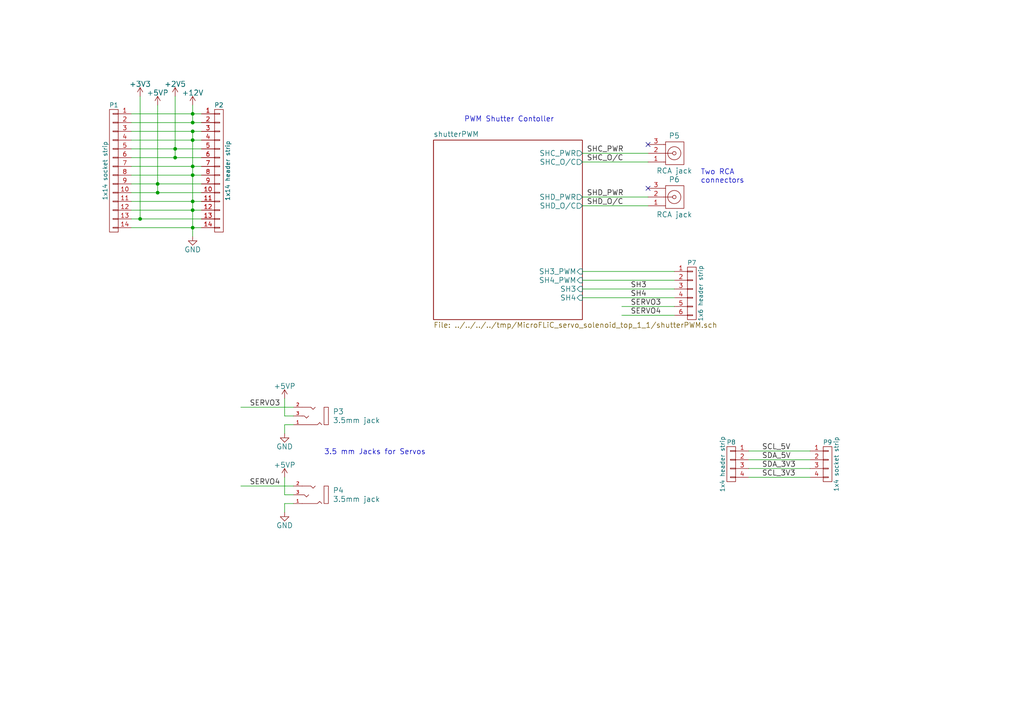
<source format=kicad_sch>
(kicad_sch (version 20230121) (generator eeschema)
  (paper "A4")
  (title_block (title "Flow Unit Shield") (date "18 Jun 2014") (rev "1.2") (company "King's College London"))
  (lib_symbols
    (symbol "MicroFLiC_servo_solenoid_top-rescue:+12V" (power) (pin_names (offset 0))
      (property "Value" "+12V" (at 0 3.556 0))
      (symbol "+12V_0_1"
        (polyline (pts (xy -0.762 1.27) (xy 0 2.54)))
        (polyline (pts (xy 0 0) (xy 0 2.54)))
        (polyline (pts (xy 0 2.54) (xy 0.762 1.27)))
      )
      (symbol "+12V_1_1"
        (pin power_in line (at 0 0 90) (length 0) hide (name "+12V") (number "1"))
      )
    )
    (symbol "MicroFLiC_servo_solenoid_top-rescue:+2V5" (power) (pin_names (offset 0))
      (property "Value" "+2V5" (at 0 3.556 0))
      (symbol "+2V5_0_1"
        (polyline (pts (xy -0.762 1.27) (xy 0 2.54)))
        (polyline (pts (xy 0 0) (xy 0 2.54)))
        (polyline (pts (xy 0 2.54) (xy 0.762 1.27)))
      )
      (symbol "+2V5_1_1"
        (pin power_in line (at 0 0 90) (length 0) hide (name "+2V5") (number "1"))
      )
    )
    (symbol "MicroFLiC_servo_solenoid_top-rescue:+3V3" (power) (pin_names (offset 0))
      (property "Value" "+3V3" (at 0 3.556 0))
      (symbol "+3V3_0_1"
        (polyline (pts (xy -0.762 1.27) (xy 0 2.54)))
        (polyline (pts (xy 0 0) (xy 0 2.54)))
        (polyline (pts (xy 0 2.54) (xy 0.762 1.27)))
      )
      (symbol "+3V3_1_1"
        (pin power_in line (at 0 0 90) (length 0) hide (name "+3V3") (number "1"))
      )
    )
    (symbol "MicroFLiC_servo_solenoid_top-rescue:+5VP" (power) (pin_names (offset 0))
      (property "Value" "+5VP" (at 0 3.556 0))
      (symbol "+5VP_0_1"
        (polyline (pts (xy -0.762 1.27) (xy 0 2.54)))
        (polyline (pts (xy 0 0) (xy 0 2.54)))
        (polyline (pts (xy 0 2.54) (xy 0.762 1.27)))
      )
      (symbol "+5VP_1_1"
        (pin power_in line (at 0 0 90) (length 0) hide (name "+5VP") (number "1"))
      )
    )
    (symbol "MicroFLiC_servo_solenoid_top-rescue:CONN_01X04" (pin_names (offset 1.016) hide)
      (property "Reference" "P" (at 0 6.35 0))
      (property "Value" "CONN_01X04" (at 2.54 0 90))
      (symbol "CONN_01X04_0_1"
        (rectangle (start -1.27 -3.683) (end 0.254 -3.937))
        (rectangle (start -1.27 -1.143) (end 0.254 -1.397))
        (rectangle (start -1.27 1.397) (end 0.254 1.143))
        (rectangle (start -1.27 3.937) (end 0.254 3.683))
        (rectangle (start -1.27 5.08) (end 1.27 -5.08))
      )
      (symbol "CONN_01X04_1_1"
        (pin passive line (at -5.08 3.81 0) (length 3.81) (name "P1") (number "1"))
        (pin passive line (at -5.08 1.27 0) (length 3.81) (name "P2") (number "2"))
        (pin passive line (at -5.08 -1.27 0) (length 3.81) (name "P3") (number "3"))
        (pin passive line (at -5.08 -3.81 0) (length 3.81) (name "P4") (number "4"))
      )
    )
    (symbol "MicroFLiC_servo_solenoid_top-rescue:CONN_01X06" (pin_names (offset 1.016) hide)
      (property "Reference" "P" (at 0 8.89 0))
      (property "Value" "CONN_01X06" (at 2.54 0 90))
      (symbol "CONN_01X06_0_1"
        (rectangle (start -1.27 -6.223) (end 0.254 -6.477))
        (rectangle (start -1.27 -3.683) (end 0.254 -3.937))
        (rectangle (start -1.27 -1.143) (end 0.254 -1.397))
        (rectangle (start -1.27 1.397) (end 0.254 1.143))
        (rectangle (start -1.27 3.937) (end 0.254 3.683))
        (rectangle (start -1.27 6.477) (end 0.254 6.223))
        (rectangle (start -1.27 7.62) (end 1.27 -7.62))
      )
      (symbol "CONN_01X06_1_1"
        (pin passive line (at -5.08 6.35 0) (length 3.81) (name "P1") (number "1"))
        (pin passive line (at -5.08 3.81 0) (length 3.81) (name "P2") (number "2"))
        (pin passive line (at -5.08 1.27 0) (length 3.81) (name "P3") (number "3"))
        (pin passive line (at -5.08 -1.27 0) (length 3.81) (name "P4") (number "4"))
        (pin passive line (at -5.08 -3.81 0) (length 3.81) (name "P5") (number "5"))
        (pin passive line (at -5.08 -6.35 0) (length 3.81) (name "P6") (number "6"))
      )
    )
    (symbol "MicroFLiC_servo_solenoid_top-rescue:CONN_01X14" (pin_names (offset 1.016) hide)
      (property "Reference" "P" (at 0 19.05 0))
      (property "Value" "CONN_01X14" (at 2.54 0 90))
      (symbol "CONN_01X14_0_1"
        (rectangle (start -1.27 -16.383) (end 0.254 -16.637))
        (rectangle (start -1.27 -13.843) (end 0.254 -14.097))
        (rectangle (start -1.27 -11.303) (end 0.254 -11.557))
        (rectangle (start -1.27 -8.763) (end 0.254 -9.017))
        (rectangle (start -1.27 -6.223) (end 0.254 -6.477))
        (rectangle (start -1.27 -3.683) (end 0.254 -3.937))
        (rectangle (start -1.27 -1.143) (end 0.254 -1.397))
        (rectangle (start -1.27 1.397) (end 0.254 1.143))
        (rectangle (start -1.27 3.937) (end 0.254 3.683))
        (rectangle (start -1.27 6.477) (end 0.254 6.223))
        (rectangle (start -1.27 9.017) (end 0.254 8.763))
        (rectangle (start -1.27 11.557) (end 0.254 11.303))
        (rectangle (start -1.27 14.097) (end 0.254 13.843))
        (rectangle (start -1.27 16.637) (end 0.254 16.383))
        (rectangle (start -1.27 17.78) (end 1.27 -17.78))
      )
      (symbol "CONN_01X14_1_1"
        (pin passive line (at -5.08 16.51 0) (length 3.81) (name "P1") (number "1"))
        (pin passive line (at -5.08 -6.35 0) (length 3.81) (name "P10") (number "10"))
        (pin passive line (at -5.08 -8.89 0) (length 3.81) (name "P11") (number "11"))
        (pin passive line (at -5.08 -11.43 0) (length 3.81) (name "P12") (number "12"))
        (pin passive line (at -5.08 -13.97 0) (length 3.81) (name "P13") (number "13"))
        (pin passive line (at -5.08 -16.51 0) (length 3.81) (name "P14") (number "14"))
        (pin passive line (at -5.08 13.97 0) (length 3.81) (name "P2") (number "2"))
        (pin passive line (at -5.08 11.43 0) (length 3.81) (name "P3") (number "3"))
        (pin passive line (at -5.08 8.89 0) (length 3.81) (name "P4") (number "4"))
        (pin passive line (at -5.08 6.35 0) (length 3.81) (name "P5") (number "5"))
        (pin passive line (at -5.08 3.81 0) (length 3.81) (name "P6") (number "6"))
        (pin passive line (at -5.08 1.27 0) (length 3.81) (name "P7") (number "7"))
        (pin passive line (at -5.08 -1.27 0) (length 3.81) (name "P8") (number "8"))
        (pin passive line (at -5.08 -3.81 0) (length 3.81) (name "P9") (number "9"))
      )
    )
    (symbol "MicroFLiC_servo_solenoid_top-rescue:GND" (power) (pin_names (offset 0))
      (property "Value" "GND" (at 0 -3.81 0))
      (symbol "GND_0_1"
        (polyline (pts (xy 0 0) (xy 0 -1.27) (xy 1.27 -1.27) (xy 0 -2.54) (xy -1.27 -1.27) (xy 0 -1.27)))
      )
      (symbol "GND_1_1"
        (pin power_in line (at 0 0 270) (length 0) hide (name "GND") (number "1"))
      )
    )
    (symbol "MicroFLiC_servo_solenoid_top-rescue:Jack_3.5mm_3pin" (pin_names (offset 0))
      (property "Reference" "J" (at 0 5.08 0))
      (property "Value" "Jack_3.5mm_3pin" (at 0 -3.175 0))
      (symbol "Jack_3.5mm_3pin_0_1"
        (rectangle (start -3.81 3.81) (end -5.08 -1.27))
        (polyline (pts (xy -1.27 -1.27) (xy -0.635 -0.635) (xy 0 -1.27) (xy 2.54 -1.27)))
        (polyline (pts (xy 0.635 1.27) (xy 1.27 1.905) (xy 1.905 1.27) (xy 2.54 1.27)))
        (polyline (pts (xy 2.54 3.81) (xy -1.905 3.81) (xy -2.54 3.175) (xy -3.175 3.81)))
      )
      (symbol "Jack_3.5mm_3pin_1_1"
        (pin passive line (at 5.08 3.81 180) (length 2.54) (name "~") (number "1"))
        (pin passive line (at 5.08 -1.27 180) (length 2.54) (name "~") (number "2"))
        (pin passive line (at 5.08 1.27 180) (length 2.54) (name "~") (number "3"))
      )
    )
    (symbol "MicroFLiC_servo_solenoid_top-rescue:RCA_3" (pin_names (offset 0.0254) hide)
      (property "Reference" "J" (at 0 5.08 0))
      (property "Value" "RCA_3" (at 0 -5.08 0))
      (symbol "RCA_3_0_1"
        (polyline (pts (xy -3.048 0) (xy -1.905 0)))
        (polyline (pts (xy -1.905 0) (xy -0.508 0)))
        (polyline (pts (xy -3.048 -2.54) (xy -2.54 -2.54) (xy -2.54 -2.54)))
        (polyline (pts (xy -3.048 2.54) (xy -2.54 2.54) (xy -2.54 2.54)))
        (circle (center 0 0) (radius 0.508))
        (circle (center 0 0) (radius 1.905))
        (rectangle (start 2.794 -3.302) (end -2.54 3.302))
      )
      (symbol "RCA_3_1_1"
        (pin passive line (at -7.62 -2.54 0) (length 4.572) (name "1") (number "1"))
        (pin passive line (at -7.62 0 0) (length 4.572) (name "2") (number "2"))
        (pin passive line (at -7.62 2.54 0) (length 4.572) (name "3") (number "3"))
      )
    )
  )
  (junction (at 50.8 45.72))
  (junction (at 55.88 35.56))
  (junction (at 40.64 63.5))
  (junction (at 55.88 58.42))
  (junction (at 55.88 50.8))
  (junction (at 50.8 43.18))
  (junction (at 55.88 40.64))
  (junction (at 45.72 53.34))
  (junction (at 55.88 38.1))
  (junction (at 55.88 48.26))
  (junction (at 55.88 66.04))
  (junction (at 55.88 60.96))
  (junction (at 45.72 55.88))
  (junction (at 55.88 33.02))
  (no_connect (at 187.96 54.61))
  (no_connect (at 187.96 41.91))
  (wire (pts (xy 85.09 146.05) (xy 82.55 146.05)))
  (wire (pts (xy 55.88 58.42) (xy 58.42 58.42)))
  (wire (pts (xy 168.91 46.99) (xy 187.96 46.99)))
  (wire (pts (xy 55.88 35.56) (xy 58.42 35.56)))
  (wire (pts (xy 38.1 63.5) (xy 40.64 63.5)))
  (wire (pts (xy 234.95 133.35) (xy 217.17 133.35)))
  (wire (pts (xy 50.8 27.94) (xy 50.8 43.18)))
  (wire (pts (xy 55.88 33.02) (xy 58.42 33.02)))
  (wire (pts (xy 38.1 48.26) (xy 55.88 48.26)))
  (wire (pts (xy 55.88 48.26) (xy 55.88 50.8)))
  (wire (pts (xy 55.88 40.64) (xy 55.88 48.26)))
  (wire (pts (xy 50.8 43.18) (xy 58.42 43.18)))
  (wire (pts (xy 38.1 60.96) (xy 55.88 60.96)))
  (wire (pts (xy 38.1 43.18) (xy 50.8 43.18)))
  (wire (pts (xy 82.55 138.43) (xy 82.55 143.51)))
  (wire (pts (xy 45.72 53.34) (xy 58.42 53.34)))
  (wire (pts (xy 234.95 138.43) (xy 217.17 138.43)))
  (wire (pts (xy 82.55 146.05) (xy 82.55 148.59)))
  (wire (pts (xy 38.1 35.56) (xy 55.88 35.56)))
  (wire (pts (xy 82.55 143.51) (xy 85.09 143.51)))
  (wire (pts (xy 38.1 58.42) (xy 55.88 58.42)))
  (wire (pts (xy 50.8 43.18) (xy 50.8 45.72)))
  (wire (pts (xy 85.09 123.19) (xy 82.55 123.19)))
  (wire (pts (xy 82.55 120.65) (xy 85.09 120.65)))
  (wire (pts (xy 55.88 30.48) (xy 55.88 33.02)))
  (wire (pts (xy 38.1 33.02) (xy 55.88 33.02)))
  (wire (pts (xy 38.1 66.04) (xy 55.88 66.04)))
  (wire (pts (xy 55.88 66.04) (xy 58.42 66.04)))
  (wire (pts (xy 82.55 115.57) (xy 82.55 120.65)))
  (wire (pts (xy 38.1 50.8) (xy 55.88 50.8)))
  (wire (pts (xy 38.1 55.88) (xy 45.72 55.88)))
  (wire (pts (xy 168.91 57.15) (xy 187.96 57.15)))
  (wire (pts (xy 195.58 78.74) (xy 168.91 78.74)))
  (wire (pts (xy 217.17 130.81) (xy 234.95 130.81)))
  (wire (pts (xy 168.91 81.28) (xy 195.58 81.28)))
  (wire (pts (xy 45.72 30.48) (xy 45.72 53.34)))
  (wire (pts (xy 40.64 63.5) (xy 58.42 63.5)))
  (wire (pts (xy 50.8 45.72) (xy 58.42 45.72)))
  (wire (pts (xy 168.91 59.69) (xy 187.96 59.69)))
  (wire (pts (xy 168.91 44.45) (xy 187.96 44.45)))
  (wire (pts (xy 55.88 60.96) (xy 58.42 60.96)))
  (wire (pts (xy 55.88 40.64) (xy 58.42 40.64)))
  (wire (pts (xy 180.34 91.44) (xy 195.58 91.44)))
  (wire (pts (xy 55.88 38.1) (xy 55.88 40.64)))
  (wire (pts (xy 85.09 140.97) (xy 69.85 140.97)))
  (wire (pts (xy 40.64 63.5) (xy 40.64 27.94)))
  (wire (pts (xy 217.17 135.89) (xy 234.95 135.89)))
  (wire (pts (xy 85.09 118.11) (xy 69.85 118.11)))
  (wire (pts (xy 55.88 58.42) (xy 55.88 60.96)))
  (wire (pts (xy 55.88 60.96) (xy 55.88 66.04)))
  (wire (pts (xy 45.72 53.34) (xy 45.72 55.88)))
  (wire (pts (xy 195.58 83.82) (xy 168.91 83.82)))
  (wire (pts (xy 55.88 50.8) (xy 58.42 50.8)))
  (wire (pts (xy 55.88 50.8) (xy 55.88 58.42)))
  (wire (pts (xy 55.88 33.02) (xy 55.88 35.56)))
  (wire (pts (xy 38.1 45.72) (xy 50.8 45.72)))
  (wire (pts (xy 168.91 86.36) (xy 195.58 86.36)))
  (wire (pts (xy 38.1 40.64) (xy 55.88 40.64)))
  (wire (pts (xy 55.88 66.04) (xy 55.88 68.58)))
  (wire (pts (xy 45.72 55.88) (xy 58.42 55.88)))
  (wire (pts (xy 82.55 123.19) (xy 82.55 125.73)))
  (wire (pts (xy 38.1 53.34) (xy 45.72 53.34)))
  (wire (pts (xy 55.88 48.26) (xy 58.42 48.26)))
  (wire (pts (xy 195.58 88.9) (xy 180.34 88.9)))
  (wire (pts (xy 38.1 38.1) (xy 55.88 38.1)))
  (wire (pts (xy 55.88 38.1) (xy 58.42 38.1)))
  (text "Two RCA\nconnectors" (at 203.2 53.34 0) (effects (font (size 1.524 1.524)) (justify left bottom)))
  (text "3.5 mm Jacks for Servos" (at 93.98 132.08 0) (effects (font (size 1.524 1.524)) (justify left bottom)))
  (text "PWM Shutter Contoller" (at 134.62 35.56 0) (effects (font (size 1.524 1.524)) (justify left bottom)))
  (label "SHD_O/C" (at 170.18 59.69 0) (effects (font (size 1.524 1.524))))
  (label "SDA_5V" (at 220.98 133.35 0) (effects (font (size 1.524 1.524))))
  (label "SDA_3V3" (at 220.98 135.89 0) (effects (font (size 1.524 1.524))))
  (label "SERVO3" (at 182.88 88.9 0) (effects (font (size 1.524 1.524))))
  (label "SERVO4" (at 72.39 140.97 0) (effects (font (size 1.524 1.524))))
  (label "SCL_5V" (at 220.98 130.81 0) (effects (font (size 1.524 1.524))))
  (label "SERVO4" (at 182.88 91.44 0) (effects (font (size 1.524 1.524))))
  (label "SCL_3V3" (at 220.98 138.43 0) (effects (font (size 1.524 1.524))))
  (label "SHC_PWR" (at 170.18 44.45 0) (effects (font (size 1.524 1.524))))
  (label "SHC_O/C" (at 170.18 46.99 0) (effects (font (size 1.524 1.524))))
  (label "SH3" (at 182.88 83.82 0) (effects (font (size 1.524 1.524))))
  (label "SH4" (at 182.88 86.36 0) (effects (font (size 1.524 1.524))))
  (label "SHD_PWR" (at 170.18 57.15 0) (effects (font (size 1.524 1.524))))
  (label "SERVO3" (at 72.39 118.11 0) (effects (font (size 1.524 1.524))))
  (symbol (lib_id "MicroFLiC_servo_solenoid_top-rescue:CONN_01X04") (at 240.03 134.62 0) (unit 1)
    (property "Reference" "P9" (at 240.03 128.27 0))
    (property "Value" "1x4 socket strip" (at 242.57 134.62 90))
    (property "Footprint" "jakub:ESQ-104-33-G-S" (effects hide))
    (property "Part Number" "ESQ-104-33-G-S" (effects hide))
    (property "Manufacturer" "Samtec" (effects hide))
    (property "Package" "SIL-4" (effects hide))
    (property "Supplier" "Farnell" (effects hide))
    (property "Order Code" "1928522" (effects hide))
    (property "Alt. Supplier" "Samtec" (effects hide))
    (property "Alt. Order Code" "ESQ-104-33-G-S" (effects hide))
    (property "Note" "1x4 ESQ series elevated socket strip" (effects hide))
  )
  (symbol (lib_id "MicroFLiC_servo_solenoid_top-rescue:RCA_3") (at 195.58 44.45 0) (unit 1)
    (property "Reference" "P5" (at 195.58 39.37 0) (effects (font (size 1.524 1.524))))
    (property "Value" "RCA jack" (at 195.58 49.53 0) (effects (font (size 1.524 1.524))))
    (property "Footprint" "jakub:PSG01544" (effects hide))
    (property "Part Number" "PSG01540" (effects hide))
    (property "Manufacturer" "Pro Signal" (effects hide))
    (property "Package" "R/A RCA jack" (effects hide))
    (property "Supplier" "Farnell" (effects hide))
    (property "Order Code" "1280698" (effects hide))
    (property "Alt. Supplier" "N/A" (effects hide))
    (property "Alt. Order Code" "N/A" (effects hide))
    (property "Note" "Right-angle RCA jack" (effects hide))
  )
  (symbol (lib_id "MicroFLiC_servo_solenoid_top-rescue:RCA_3") (at 195.58 57.15 0) (unit 1)
    (property "Reference" "P6" (at 195.58 52.07 0) (effects (font (size 1.524 1.524))))
    (property "Value" "RCA jack" (at 195.58 62.23 0) (effects (font (size 1.524 1.524))))
    (property "Footprint" "jakub:PSG01544" (effects hide))
    (property "Part Number" "PSG01540" (effects hide))
    (property "Manufacturer" "Pro Signal" (effects hide))
    (property "Package" "R/A RCA jack" (effects hide))
    (property "Supplier" "Farnell" (effects hide))
    (property "Order Code" "1280698" (effects hide))
    (property "Alt. Supplier" "N/A" (effects hide))
    (property "Alt. Order Code" "N/A" (effects hide))
    (property "Note" "Right-angle RCA jack" (effects hide))
  )
  (symbol (lib_id "MicroFLiC_servo_solenoid_top-rescue:+5VP") (at 82.55 115.57 0) (unit 1)
    (property "Reference" "#PWR01" (effects hide))
    (property "Value" "+5VP" (at 82.55 112.014 0) (effects (font (size 1.524 1.524))))
  )
  (symbol (lib_id "MicroFLiC_servo_solenoid_top-rescue:Jack_3.5mm_3pin") (at 90.17 119.38 180) (unit 1)
    (property "Reference" "P3" (at 96.52 119.38 0) (effects (font (size 1.524 1.524)) (justify right)))
    (property "Value" "3.5mm jack" (at 96.52 121.92 0) (effects (font (size 1.524 1.524)) (justify right)))
    (property "Footprint" "jakub:MJ4435-R" (effects hide))
    (property "Part Number" "MJ4435-R" (effects hide))
    (property "Manufacturer" "Multicomp" (effects hide))
    (property "Package" "R/A 3.5mm jack" (effects hide))
    (property "Supplier" "Farnell" (effects hide))
    (property "Order Code" "1638670" (effects hide))
    (property "Alt. Supplier" "N/A" (effects hide))
    (property "Alt. Order Code" "N/A" (effects hide))
    (property "Note" "Right-angle SMD 3.5mm 3-pin jack" (effects hide))
  )
  (symbol (lib_id "MicroFLiC_servo_solenoid_top-rescue:CONN_01X14") (at 33.02 49.53 0) (mirror y) (unit 1)
    (property "Reference" "P1" (at 33.02 30.48 0))
    (property "Value" "1x14 socket strip" (at 30.48 49.53 90))
    (property "Footprint" "jakub:ESQ-114-33-G-S" (effects hide))
    (property "Part Number" "MC34735" (effects hide))
    (property "Manufacturer" "Multicomp" (effects hide))
    (property "Package" "SIL-14" (effects hide))
    (property "Supplier" "Farnell" (effects hide))
    (property "Order Code" "1593421" (effects hide))
    (property "Alt. Supplier" "Mouser" (effects hide))
    (property "Alt. Order Code" "855-M20-9991446" (effects hide))
    (property "Note" "1x14 header strip" (effects hide))
  )
  (symbol (lib_id "MicroFLiC_servo_solenoid_top-rescue:CONN_01X14") (at 63.5 49.53 0) (unit 1)
    (property "Reference" "P2" (at 63.5 30.48 0))
    (property "Value" "1x14 header strip" (at 66.04 49.53 90))
    (property "Footprint" "Pin_Headers:Pin_Header_Straight_1x14" (effects hide))
    (property "Part Number" "ESQ-114-33-G-S" (effects hide))
    (property "Manufacturer" "Samtec" (effects hide))
    (property "Package" "SIL-14" (effects hide))
    (property "Supplier" "Farnell" (effects hide))
    (property "Order Code" "1930609" (effects hide))
    (property "Alt. Supplier" "Samtec" (effects hide))
    (property "Alt. Order Code" "ESQ-114-33-G-S" (effects hide))
    (property "Note" "1x14 ESQ series elevated socket strip" (effects hide))
  )
  (symbol (lib_id "MicroFLiC_servo_solenoid_top-rescue:CONN_01X04") (at 212.09 134.62 0) (mirror y) (unit 1)
    (property "Reference" "P8" (at 212.09 128.27 0))
    (property "Value" "1x4 header strip" (at 209.55 134.62 90))
    (property "Footprint" "Pin_Headers:Pin_Header_Straight_1x04" (effects hide))
    (property "Part Number" "M20-9990445" (effects hide))
    (property "Manufacturer" "Harwin" (effects hide))
    (property "Package" "SIL-4" (effects hide))
    (property "Supplier" "Farnell" (effects hide))
    (property "Order Code" "1926221" (effects hide))
    (property "Alt. Supplier" "Mouser" (effects hide))
    (property "Alt. Order Code" "855-M20-9990445" (effects hide))
    (property "Note" "1x4 header strip" (effects hide))
  )
  (symbol (lib_id "MicroFLiC_servo_solenoid_top-rescue:+12V") (at 55.88 30.48 0) (unit 1)
    (property "Reference" "#PWR02" (effects hide))
    (property "Value" "+12V" (at 55.88 26.924 0) (effects (font (size 1.524 1.524))))
  )
  (symbol (lib_id "MicroFLiC_servo_solenoid_top-rescue:+2V5") (at 50.8 27.94 0) (unit 1)
    (property "Reference" "#PWR03" (effects hide))
    (property "Value" "+2V5" (at 50.8 24.384 0) (effects (font (size 1.524 1.524))))
  )
  (symbol (lib_id "MicroFLiC_servo_solenoid_top-rescue:+3V3") (at 40.64 27.94 0) (unit 1)
    (property "Reference" "#PWR04" (effects hide))
    (property "Value" "+3V3" (at 40.64 24.384 0) (effects (font (size 1.524 1.524))))
  )
  (symbol (lib_id "MicroFLiC_servo_solenoid_top-rescue:+5VP") (at 45.72 30.48 0) (unit 1)
    (property "Reference" "#PWR05" (effects hide))
    (property "Value" "+5VP" (at 45.72 26.924 0) (effects (font (size 1.524 1.524))))
  )
  (symbol (lib_id "MicroFLiC_servo_solenoid_top-rescue:GND") (at 55.88 68.58 0) (unit 1)
    (property "Reference" "#PWR06" (effects hide))
    (property "Value" "GND" (at 55.88 72.39 0) (effects (font (size 1.524 1.524))))
  )
  (symbol (lib_id "MicroFLiC_servo_solenoid_top-rescue:GND") (at 82.55 125.73 0) (unit 1)
    (property "Reference" "#PWR07" (effects hide))
    (property "Value" "GND" (at 82.55 129.54 0) (effects (font (size 1.524 1.524))))
  )
  (symbol (lib_id "MicroFLiC_servo_solenoid_top-rescue:+5VP") (at 82.55 138.43 0) (unit 1)
    (property "Reference" "#PWR08" (effects hide))
    (property "Value" "+5VP" (at 82.55 134.874 0) (effects (font (size 1.524 1.524))))
  )
  (symbol (lib_id "MicroFLiC_servo_solenoid_top-rescue:Jack_3.5mm_3pin") (at 90.17 142.24 180) (unit 1)
    (property "Reference" "P4" (at 96.52 142.24 0) (effects (font (size 1.524 1.524)) (justify right)))
    (property "Value" "3.5mm jack" (at 96.52 144.78 0) (effects (font (size 1.524 1.524)) (justify right)))
    (property "Footprint" "jakub:MJ4435-R" (effects hide))
    (property "Part Number" "MJ4435-R" (effects hide))
    (property "Manufacturer" "Multicomp" (effects hide))
    (property "Package" "R/A 3.5mm jack" (effects hide))
    (property "Supplier" "Farnell" (effects hide))
    (property "Order Code" "1638670" (effects hide))
    (property "Alt. Supplier" "N/A" (effects hide))
    (property "Alt. Order Code" "N/A" (effects hide))
    (property "Note" "Right-angle SMD 3.5mm 3-pin jack" (effects hide))
  )
  (symbol (lib_id "MicroFLiC_servo_solenoid_top-rescue:GND") (at 82.55 148.59 0) (unit 1)
    (property "Reference" "#PWR09" (effects hide))
    (property "Value" "GND" (at 82.55 152.4 0) (effects (font (size 1.524 1.524))))
  )
  (symbol (lib_id "MicroFLiC_servo_solenoid_top-rescue:CONN_01X06") (at 200.66 85.09 0) (unit 1)
    (property "Reference" "P7" (at 200.66 76.2 0))
    (property "Value" "1x6 header strip" (at 203.2 85.09 90))
    (property "Footprint" "Pin_Headers:Pin_Header_Straight_1x06" (effects hide))
    (property "Part Number" "ESQ-106-33-G-S" (effects hide))
    (property "Manufacturer" "Samtec" (effects hide))
    (property "Package" "SIL-6" (effects hide))
    (property "Supplier" "Farnell" (effects hide))
    (property "Order Code" "1928680" (effects hide))
    (property "Alt. Supplier" "Samtec" (effects hide))
    (property "Alt. Order Code" "ESQ-106-33-G-S" (effects hide))
    (property "Note" "1x6 ESQ series elevated socket strip" (effects hide))
  )
  (sheet (at 125.73 40.64) (size 43.18 52.07)
    (property "Sheetname" "shutterPWM" (at 125.73 39.8014 0) (effects (font (size 1.524 1.524)) (justify left bottom)))
    (property "Sheetfile" "../../../../tmp/MicroFLiC_servo_solenoid_top_1_1/shutterPWM.sch" (at 125.73 93.3962 0) (effects (font (size 1.524 1.524)) (justify left top)))
    (pin "SH3" input (at 168.91 83.82 0) (effects (font (size 1.524 1.524))))
    (pin "SH4" input (at 168.91 86.36 0) (effects (font (size 1.524 1.524))))
    (pin "SHC_O/C" output (at 168.91 46.99 0) (effects (font (size 1.524 1.524))))
    (pin "SHD_O/C" output (at 168.91 59.69 0) (effects (font (size 1.524 1.524))))
    (pin "SHD_PWR" output (at 168.91 57.15 0) (effects (font (size 1.524 1.524))))
    (pin "SHC_PWR" output (at 168.91 44.45 0) (effects (font (size 1.524 1.524))))
    (pin "SH3_PWM" input (at 168.91 78.74 0) (effects (font (size 1.524 1.524))))
    (pin "SH4_PWM" input (at 168.91 81.28 0) (effects (font (size 1.524 1.524))))
  )
)
</source>
